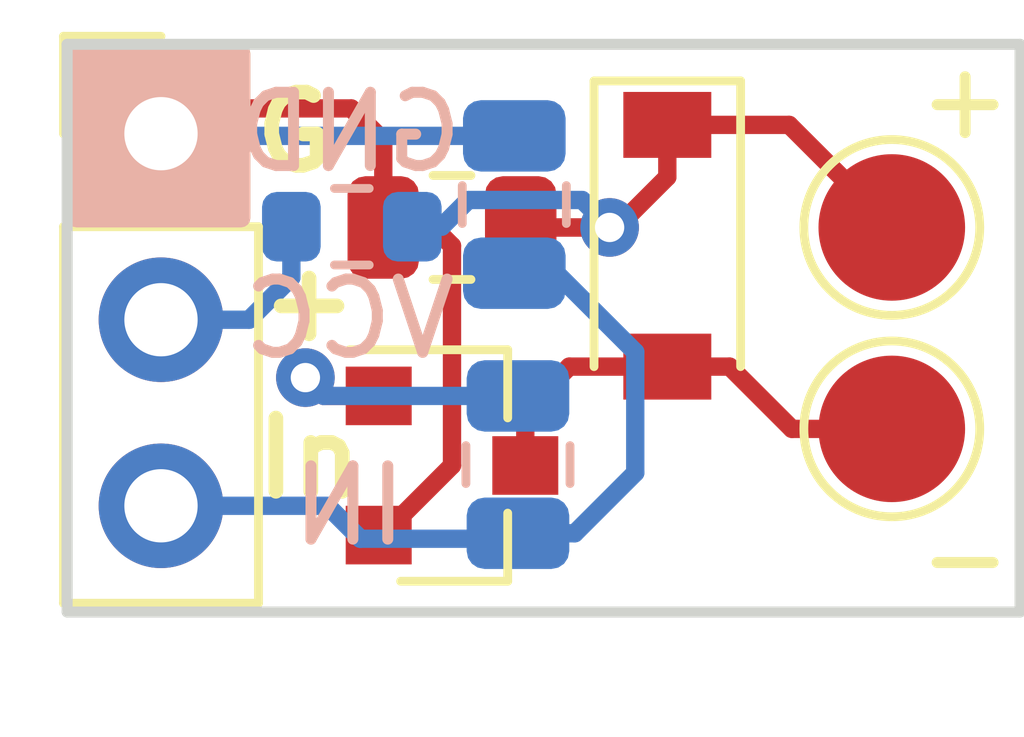
<source format=kicad_pcb>
(kicad_pcb (version 20171130) (host pcbnew 5.1.5+dfsg1-2build2)

  (general
    (thickness 1.6)
    (drawings 10)
    (tracks 46)
    (zones 0)
    (modules 9)
    (nets 7)
  )

  (page A4)
  (layers
    (0 F.Cu signal)
    (31 B.Cu signal)
    (32 B.Adhes user)
    (33 F.Adhes user)
    (34 B.Paste user)
    (35 F.Paste user)
    (36 B.SilkS user)
    (37 F.SilkS user)
    (38 B.Mask user)
    (39 F.Mask user)
    (40 Dwgs.User user)
    (41 Cmts.User user)
    (42 Eco1.User user)
    (43 Eco2.User user)
    (44 Edge.Cuts user)
    (45 Margin user)
    (46 B.CrtYd user)
    (47 F.CrtYd user)
    (48 B.Fab user)
    (49 F.Fab user)
  )

  (setup
    (last_trace_width 0.25)
    (trace_clearance 0.2)
    (zone_clearance 0.508)
    (zone_45_only no)
    (trace_min 0.2)
    (via_size 0.8)
    (via_drill 0.4)
    (via_min_size 0.4)
    (via_min_drill 0.3)
    (uvia_size 0.3)
    (uvia_drill 0.1)
    (uvias_allowed no)
    (uvia_min_size 0.2)
    (uvia_min_drill 0.1)
    (edge_width 0.15)
    (segment_width 0.2)
    (pcb_text_width 0.3)
    (pcb_text_size 1.5 1.5)
    (mod_edge_width 0.15)
    (mod_text_size 1 1)
    (mod_text_width 0.15)
    (pad_size 1.524 1.524)
    (pad_drill 0.762)
    (pad_to_mask_clearance 0.051)
    (solder_mask_min_width 0.25)
    (aux_axis_origin 220 108)
    (visible_elements FFFFFF7F)
    (pcbplotparams
      (layerselection 0x010fc_ffffffff)
      (usegerberextensions true)
      (usegerberattributes false)
      (usegerberadvancedattributes false)
      (creategerberjobfile false)
      (excludeedgelayer false)
      (linewidth 0.100000)
      (plotframeref false)
      (viasonmask false)
      (mode 1)
      (useauxorigin true)
      (hpglpennumber 1)
      (hpglpenspeed 20)
      (hpglpendiameter 15.000000)
      (psnegative false)
      (psa4output false)
      (plotreference false)
      (plotvalue false)
      (plotinvisibletext false)
      (padsonsilk false)
      (subtractmaskfromsilk true)
      (outputformat 1)
      (mirror false)
      (drillshape 0)
      (scaleselection 1)
      (outputdirectory "gerbers/"))
  )

  (net 0 "")
  (net 1 VCC)
  (net 2 "Net-(D1-Pad2)")
  (net 3 IN)
  (net 4 "Net-(Q1-Pad1)")
  (net 5 GND)
  (net 6 "Net-(J1-Pad2)")

  (net_class Default "This is the default net class."
    (clearance 0.2)
    (trace_width 0.25)
    (via_dia 0.8)
    (via_drill 0.4)
    (uvia_dia 0.3)
    (uvia_drill 0.1)
    (add_net GND)
    (add_net IN)
    (add_net "Net-(D1-Pad2)")
    (add_net "Net-(J1-Pad2)")
    (add_net "Net-(Q1-Pad1)")
    (add_net VCC)
  )

  (module Resistor_SMD:R_0603_1608Metric (layer B.Cu) (tedit 5F68FEEE) (tstamp 6157DB1E)
    (at 210.8835 110.49)
    (descr "Resistor SMD 0603 (1608 Metric), square (rectangular) end terminal, IPC_7351 nominal, (Body size source: IPC-SM-782 page 72, https://www.pcb-3d.com/wordpress/wp-content/uploads/ipc-sm-782a_amendment_1_and_2.pdf), generated with kicad-footprint-generator")
    (tags resistor)
    (path /6157A2F3)
    (attr smd)
    (fp_text reference R3 (at 0 1.43) (layer B.SilkS) hide
      (effects (font (size 1 1) (thickness 0.15)) (justify mirror))
    )
    (fp_text value 0R (at 0 -1.43) (layer B.Fab)
      (effects (font (size 1 1) (thickness 0.15)) (justify mirror))
    )
    (fp_text user %R (at 0 0) (layer B.Fab)
      (effects (font (size 0.4 0.4) (thickness 0.06)) (justify mirror))
    )
    (fp_line (start 1.48 -0.73) (end -1.48 -0.73) (layer B.CrtYd) (width 0.05))
    (fp_line (start 1.48 0.73) (end 1.48 -0.73) (layer B.CrtYd) (width 0.05))
    (fp_line (start -1.48 0.73) (end 1.48 0.73) (layer B.CrtYd) (width 0.05))
    (fp_line (start -1.48 -0.73) (end -1.48 0.73) (layer B.CrtYd) (width 0.05))
    (fp_line (start -0.237258 -0.5225) (end 0.237258 -0.5225) (layer B.SilkS) (width 0.12))
    (fp_line (start -0.237258 0.5225) (end 0.237258 0.5225) (layer B.SilkS) (width 0.12))
    (fp_line (start 0.8 -0.4125) (end -0.8 -0.4125) (layer B.Fab) (width 0.1))
    (fp_line (start 0.8 0.4125) (end 0.8 -0.4125) (layer B.Fab) (width 0.1))
    (fp_line (start -0.8 0.4125) (end 0.8 0.4125) (layer B.Fab) (width 0.1))
    (fp_line (start -0.8 -0.4125) (end -0.8 0.4125) (layer B.Fab) (width 0.1))
    (pad 2 smd roundrect (at 0.825 0) (size 0.8 0.95) (layers B.Cu B.Paste B.Mask) (roundrect_rratio 0.25)
      (net 1 VCC))
    (pad 1 smd roundrect (at -0.825 0) (size 0.8 0.95) (layers B.Cu B.Paste B.Mask) (roundrect_rratio 0.25)
      (net 6 "Net-(J1-Pad2)"))
    (model ${KISYS3DMOD}/Resistor_SMD.3dshapes/R_0603_1608Metric.wrl
      (at (xyz 0 0 0))
      (scale (xyz 1 1 1))
      (rotate (xyz 0 0 0))
    )
  )

  (module Capacitor_SMD:C_0805_2012Metric (layer F.Cu) (tedit 5E6708D0) (tstamp 5E74FA83)
    (at 212.25 110.5 180)
    (descr "Capacitor SMD 0805 (2012 Metric), square (rectangular) end terminal, IPC_7351 nominal, (Body size source: https://docs.google.com/spreadsheets/d/1BsfQQcO9C6DZCsRaXUlFlo91Tg2WpOkGARC1WS5S8t0/edit?usp=sharing), generated with kicad-footprint-generator")
    (tags capacitor)
    (path /5E670DC8)
    (attr smd)
    (fp_text reference C1 (at 0 -1.65 180) (layer F.SilkS) hide
      (effects (font (size 1 1) (thickness 0.15)))
    )
    (fp_text value 100nF (at 0 1.65 180) (layer F.Fab)
      (effects (font (size 1 1) (thickness 0.15)))
    )
    (fp_line (start -1 0.6) (end -1 -0.6) (layer F.Fab) (width 0.1))
    (fp_line (start -1 -0.6) (end 1 -0.6) (layer F.Fab) (width 0.1))
    (fp_line (start 1 -0.6) (end 1 0.6) (layer F.Fab) (width 0.1))
    (fp_line (start 1 0.6) (end -1 0.6) (layer F.Fab) (width 0.1))
    (fp_line (start -0.258578 -0.71) (end 0.258578 -0.71) (layer F.SilkS) (width 0.12))
    (fp_line (start -0.258578 0.71) (end 0.258578 0.71) (layer F.SilkS) (width 0.12))
    (fp_line (start -1.68 0.95) (end -1.68 -0.95) (layer F.CrtYd) (width 0.05))
    (fp_line (start -1.68 -0.95) (end 1.68 -0.95) (layer F.CrtYd) (width 0.05))
    (fp_line (start 1.68 -0.95) (end 1.68 0.95) (layer F.CrtYd) (width 0.05))
    (fp_line (start 1.68 0.95) (end -1.68 0.95) (layer F.CrtYd) (width 0.05))
    (fp_text user %R (at 0 0 180) (layer F.Fab)
      (effects (font (size 0.5 0.5) (thickness 0.08)))
    )
    (pad 1 smd roundrect (at -0.9375 0 180) (size 0.975 1.4) (layers F.Cu F.Paste F.Mask) (roundrect_rratio 0.25)
      (net 1 VCC))
    (pad 2 smd roundrect (at 0.9375 0 180) (size 0.975 1.4) (layers F.Cu F.Paste F.Mask) (roundrect_rratio 0.25)
      (net 5 GND))
    (model ${KISYS3DMOD}/Capacitor_SMD.3dshapes/C_0805_2012Metric.wrl
      (at (xyz 0 0 0))
      (scale (xyz 1 1 1))
      (rotate (xyz 0 0 0))
    )
  )

  (module Connector_PinHeader_2.54mm:PinHeader_1x03_P2.54mm_Vertical (layer F.Cu) (tedit 5E6708E8) (tstamp 5E74FA72)
    (at 208.28 109.22)
    (descr "Through hole straight pin header, 1x03, 2.54mm pitch, single row")
    (tags "Through hole pin header THT 1x03 2.54mm single row")
    (path /5E67095C)
    (fp_text reference J1 (at 0 -2.33) (layer F.SilkS) hide
      (effects (font (size 1 1) (thickness 0.15)))
    )
    (fp_text value CONN (at 0 7.41) (layer F.Fab)
      (effects (font (size 1 1) (thickness 0.15)))
    )
    (fp_line (start -0.635 -1.27) (end 1.27 -1.27) (layer F.Fab) (width 0.1))
    (fp_line (start 1.27 -1.27) (end 1.27 6.35) (layer F.Fab) (width 0.1))
    (fp_line (start 1.27 6.35) (end -1.27 6.35) (layer F.Fab) (width 0.1))
    (fp_line (start -1.27 6.35) (end -1.27 -0.635) (layer F.Fab) (width 0.1))
    (fp_line (start -1.27 -0.635) (end -0.635 -1.27) (layer F.Fab) (width 0.1))
    (fp_line (start -1.33 6.41) (end 1.33 6.41) (layer F.SilkS) (width 0.12))
    (fp_line (start -1.33 1.27) (end -1.33 6.41) (layer F.SilkS) (width 0.12))
    (fp_line (start 1.33 1.27) (end 1.33 6.41) (layer F.SilkS) (width 0.12))
    (fp_line (start -1.33 1.27) (end 1.33 1.27) (layer F.SilkS) (width 0.12))
    (fp_line (start -1.33 0) (end -1.33 -1.33) (layer F.SilkS) (width 0.12))
    (fp_line (start -1.33 -1.33) (end 0 -1.33) (layer F.SilkS) (width 0.12))
    (fp_line (start -1.8 -1.8) (end -1.8 6.85) (layer F.CrtYd) (width 0.05))
    (fp_line (start -1.8 6.85) (end 1.8 6.85) (layer F.CrtYd) (width 0.05))
    (fp_line (start 1.8 6.85) (end 1.8 -1.8) (layer F.CrtYd) (width 0.05))
    (fp_line (start 1.8 -1.8) (end -1.8 -1.8) (layer F.CrtYd) (width 0.05))
    (fp_text user %R (at 0 2.54 90) (layer F.Fab)
      (effects (font (size 1 1) (thickness 0.15)))
    )
    (pad 1 thru_hole rect (at 0 0) (size 1.7 1.7) (drill 1) (layers *.Cu *.Mask)
      (net 5 GND))
    (pad 2 thru_hole oval (at 0 2.54) (size 1.7 1.7) (drill 1) (layers *.Cu *.Mask)
      (net 6 "Net-(J1-Pad2)"))
    (pad 3 thru_hole oval (at 0 5.08) (size 1.7 1.7) (drill 1) (layers *.Cu *.Mask)
      (net 3 IN))
    (model ${KISYS3DMOD}/Connector_PinHeader_2.54mm.3dshapes/PinHeader_1x03_P2.54mm_Vertical.wrl
      (at (xyz 0 0 0))
      (scale (xyz 1 1 1))
      (rotate (xyz 0 0 0))
    )
  )

  (module Diode_SMD:D_SOD-123 (layer F.Cu) (tedit 5E6708EC) (tstamp 5E74FA5B)
    (at 215.1875 110.75 270)
    (descr SOD-123)
    (tags SOD-123)
    (path /5E670FAF)
    (attr smd)
    (fp_text reference D1 (at 0 -2 270) (layer F.SilkS) hide
      (effects (font (size 1 1) (thickness 0.15)))
    )
    (fp_text value 1N4148 (at 0 2.1 270) (layer F.Fab)
      (effects (font (size 1 1) (thickness 0.15)))
    )
    (fp_text user %R (at 0 -2 270) (layer F.Fab)
      (effects (font (size 1 1) (thickness 0.15)))
    )
    (fp_line (start -2.25 -1) (end -2.25 1) (layer F.SilkS) (width 0.12))
    (fp_line (start 0.25 0) (end 0.75 0) (layer F.Fab) (width 0.1))
    (fp_line (start 0.25 0.4) (end -0.35 0) (layer F.Fab) (width 0.1))
    (fp_line (start 0.25 -0.4) (end 0.25 0.4) (layer F.Fab) (width 0.1))
    (fp_line (start -0.35 0) (end 0.25 -0.4) (layer F.Fab) (width 0.1))
    (fp_line (start -0.35 0) (end -0.35 0.55) (layer F.Fab) (width 0.1))
    (fp_line (start -0.35 0) (end -0.35 -0.55) (layer F.Fab) (width 0.1))
    (fp_line (start -0.75 0) (end -0.35 0) (layer F.Fab) (width 0.1))
    (fp_line (start -1.4 0.9) (end -1.4 -0.9) (layer F.Fab) (width 0.1))
    (fp_line (start 1.4 0.9) (end -1.4 0.9) (layer F.Fab) (width 0.1))
    (fp_line (start 1.4 -0.9) (end 1.4 0.9) (layer F.Fab) (width 0.1))
    (fp_line (start -1.4 -0.9) (end 1.4 -0.9) (layer F.Fab) (width 0.1))
    (fp_line (start -2.35 -1.15) (end 2.35 -1.15) (layer F.CrtYd) (width 0.05))
    (fp_line (start 2.35 -1.15) (end 2.35 1.15) (layer F.CrtYd) (width 0.05))
    (fp_line (start 2.35 1.15) (end -2.35 1.15) (layer F.CrtYd) (width 0.05))
    (fp_line (start -2.35 -1.15) (end -2.35 1.15) (layer F.CrtYd) (width 0.05))
    (fp_line (start -2.25 1) (end 1.65 1) (layer F.SilkS) (width 0.12))
    (fp_line (start -2.25 -1) (end 1.65 -1) (layer F.SilkS) (width 0.12))
    (pad 1 smd rect (at -1.65 0 270) (size 0.9 1.2) (layers F.Cu F.Paste F.Mask)
      (net 1 VCC))
    (pad 2 smd rect (at 1.65 0 270) (size 0.9 1.2) (layers F.Cu F.Paste F.Mask)
      (net 2 "Net-(D1-Pad2)"))
    (model ${KISYS3DMOD}/Diode_SMD.3dshapes/D_SOD-123.wrl
      (at (xyz 0 0 0))
      (scale (xyz 1 1 1))
      (rotate (xyz 0 0 0))
    )
  )

  (module Package_TO_SOT_SMD:SOT-23 (layer F.Cu) (tedit 5E6708E4) (tstamp 5E74FA42)
    (at 212.25 113.75)
    (descr "SOT-23, Standard")
    (tags SOT-23)
    (path /5E6711BC)
    (attr smd)
    (fp_text reference Q1 (at 0 -2.5) (layer F.SilkS) hide
      (effects (font (size 1 1) (thickness 0.15)))
    )
    (fp_text value BC817 (at 0 2.5) (layer F.Fab)
      (effects (font (size 1 1) (thickness 0.15)))
    )
    (fp_text user %R (at 0 0 90) (layer F.Fab)
      (effects (font (size 0.5 0.5) (thickness 0.075)))
    )
    (fp_line (start -0.7 -0.95) (end -0.7 1.5) (layer F.Fab) (width 0.1))
    (fp_line (start -0.15 -1.52) (end 0.7 -1.52) (layer F.Fab) (width 0.1))
    (fp_line (start -0.7 -0.95) (end -0.15 -1.52) (layer F.Fab) (width 0.1))
    (fp_line (start 0.7 -1.52) (end 0.7 1.52) (layer F.Fab) (width 0.1))
    (fp_line (start -0.7 1.52) (end 0.7 1.52) (layer F.Fab) (width 0.1))
    (fp_line (start 0.76 1.58) (end 0.76 0.65) (layer F.SilkS) (width 0.12))
    (fp_line (start 0.76 -1.58) (end 0.76 -0.65) (layer F.SilkS) (width 0.12))
    (fp_line (start -1.7 -1.75) (end 1.7 -1.75) (layer F.CrtYd) (width 0.05))
    (fp_line (start 1.7 -1.75) (end 1.7 1.75) (layer F.CrtYd) (width 0.05))
    (fp_line (start 1.7 1.75) (end -1.7 1.75) (layer F.CrtYd) (width 0.05))
    (fp_line (start -1.7 1.75) (end -1.7 -1.75) (layer F.CrtYd) (width 0.05))
    (fp_line (start 0.76 -1.58) (end -1.4 -1.58) (layer F.SilkS) (width 0.12))
    (fp_line (start 0.76 1.58) (end -0.7 1.58) (layer F.SilkS) (width 0.12))
    (pad 1 smd rect (at -1 -0.95) (size 0.9 0.8) (layers F.Cu F.Paste F.Mask)
      (net 4 "Net-(Q1-Pad1)"))
    (pad 2 smd rect (at -1 0.95) (size 0.9 0.8) (layers F.Cu F.Paste F.Mask)
      (net 5 GND))
    (pad 3 smd rect (at 1 0) (size 0.9 0.8) (layers F.Cu F.Paste F.Mask)
      (net 2 "Net-(D1-Pad2)"))
    (model ${KISYS3DMOD}/Package_TO_SOT_SMD.3dshapes/SOT-23.wrl
      (at (xyz 0 0 0))
      (scale (xyz 1 1 1))
      (rotate (xyz 0 0 0))
    )
  )

  (module Resistor_SMD:R_0805_2012Metric (layer B.Cu) (tedit 5E6708CD) (tstamp 5E74FA2D)
    (at 213.1 110.1875 90)
    (descr "Resistor SMD 0805 (2012 Metric), square (rectangular) end terminal, IPC_7351 nominal, (Body size source: https://docs.google.com/spreadsheets/d/1BsfQQcO9C6DZCsRaXUlFlo91Tg2WpOkGARC1WS5S8t0/edit?usp=sharing), generated with kicad-footprint-generator")
    (tags resistor)
    (path /5E670790)
    (attr smd)
    (fp_text reference R2 (at 0 1.65 90) (layer B.SilkS) hide
      (effects (font (size 1 1) (thickness 0.15)) (justify mirror))
    )
    (fp_text value 10K (at 0 -1.65 90) (layer B.Fab)
      (effects (font (size 1 1) (thickness 0.15)) (justify mirror))
    )
    (fp_text user %R (at 0 0 90) (layer B.Fab)
      (effects (font (size 0.5 0.5) (thickness 0.08)) (justify mirror))
    )
    (fp_line (start 1.68 -0.95) (end -1.68 -0.95) (layer B.CrtYd) (width 0.05))
    (fp_line (start 1.68 0.95) (end 1.68 -0.95) (layer B.CrtYd) (width 0.05))
    (fp_line (start -1.68 0.95) (end 1.68 0.95) (layer B.CrtYd) (width 0.05))
    (fp_line (start -1.68 -0.95) (end -1.68 0.95) (layer B.CrtYd) (width 0.05))
    (fp_line (start -0.258578 -0.71) (end 0.258578 -0.71) (layer B.SilkS) (width 0.12))
    (fp_line (start -0.258578 0.71) (end 0.258578 0.71) (layer B.SilkS) (width 0.12))
    (fp_line (start 1 -0.6) (end -1 -0.6) (layer B.Fab) (width 0.1))
    (fp_line (start 1 0.6) (end 1 -0.6) (layer B.Fab) (width 0.1))
    (fp_line (start -1 0.6) (end 1 0.6) (layer B.Fab) (width 0.1))
    (fp_line (start -1 -0.6) (end -1 0.6) (layer B.Fab) (width 0.1))
    (pad 2 smd roundrect (at 0.9375 0 90) (size 0.975 1.4) (layers B.Cu B.Paste B.Mask) (roundrect_rratio 0.25)
      (net 5 GND))
    (pad 1 smd roundrect (at -0.9375 0 90) (size 0.975 1.4) (layers B.Cu B.Paste B.Mask) (roundrect_rratio 0.25)
      (net 3 IN))
    (model ${KISYS3DMOD}/Resistor_SMD.3dshapes/R_0805_2012Metric.wrl
      (at (xyz 0 0 0))
      (scale (xyz 1 1 1))
      (rotate (xyz 0 0 0))
    )
  )

  (module Resistor_SMD:R_0805_2012Metric (layer B.Cu) (tedit 5E6708D3) (tstamp 5E74FA1C)
    (at 213.15 113.7375 90)
    (descr "Resistor SMD 0805 (2012 Metric), square (rectangular) end terminal, IPC_7351 nominal, (Body size source: https://docs.google.com/spreadsheets/d/1BsfQQcO9C6DZCsRaXUlFlo91Tg2WpOkGARC1WS5S8t0/edit?usp=sharing), generated with kicad-footprint-generator")
    (tags resistor)
    (path /5E670809)
    (attr smd)
    (fp_text reference R1 (at 0 1.65 90) (layer B.SilkS) hide
      (effects (font (size 1 1) (thickness 0.15)) (justify mirror))
    )
    (fp_text value 1K (at 0 -1.65 90) (layer B.Fab)
      (effects (font (size 1 1) (thickness 0.15)) (justify mirror))
    )
    (fp_line (start -1 -0.6) (end -1 0.6) (layer B.Fab) (width 0.1))
    (fp_line (start -1 0.6) (end 1 0.6) (layer B.Fab) (width 0.1))
    (fp_line (start 1 0.6) (end 1 -0.6) (layer B.Fab) (width 0.1))
    (fp_line (start 1 -0.6) (end -1 -0.6) (layer B.Fab) (width 0.1))
    (fp_line (start -0.258578 0.71) (end 0.258578 0.71) (layer B.SilkS) (width 0.12))
    (fp_line (start -0.258578 -0.71) (end 0.258578 -0.71) (layer B.SilkS) (width 0.12))
    (fp_line (start -1.68 -0.95) (end -1.68 0.95) (layer B.CrtYd) (width 0.05))
    (fp_line (start -1.68 0.95) (end 1.68 0.95) (layer B.CrtYd) (width 0.05))
    (fp_line (start 1.68 0.95) (end 1.68 -0.95) (layer B.CrtYd) (width 0.05))
    (fp_line (start 1.68 -0.95) (end -1.68 -0.95) (layer B.CrtYd) (width 0.05))
    (fp_text user %R (at 0 0 90) (layer B.Fab)
      (effects (font (size 0.5 0.5) (thickness 0.08)) (justify mirror))
    )
    (pad 1 smd roundrect (at -0.9375 0 90) (size 0.975 1.4) (layers B.Cu B.Paste B.Mask) (roundrect_rratio 0.25)
      (net 3 IN))
    (pad 2 smd roundrect (at 0.9375 0 90) (size 0.975 1.4) (layers B.Cu B.Paste B.Mask) (roundrect_rratio 0.25)
      (net 4 "Net-(Q1-Pad1)"))
    (model ${KISYS3DMOD}/Resistor_SMD.3dshapes/R_0805_2012Metric.wrl
      (at (xyz 0 0 0))
      (scale (xyz 1 1 1))
      (rotate (xyz 0 0 0))
    )
  )

  (module TestPoint:TestPoint_Pad_D2.0mm (layer F.Cu) (tedit 5E6709DA) (tstamp 5E74FA0B)
    (at 218.25 113.25)
    (descr "SMD pad as test Point, diameter 2.0mm")
    (tags "test point SMD pad")
    (path /5E670BA0)
    (attr virtual)
    (fp_text reference TP2 (at 0 -1.998) (layer F.SilkS) hide
      (effects (font (size 1 1) (thickness 0.15)))
    )
    (fp_text value - (at 1 1.75) (layer F.SilkS)
      (effects (font (size 1 1) (thickness 0.15)))
    )
    (fp_circle (center 0 0) (end 0 1.2) (layer F.SilkS) (width 0.12))
    (fp_circle (center 0 0) (end 1.5 0) (layer F.CrtYd) (width 0.05))
    (fp_text user %R (at 0 -2) (layer F.Fab)
      (effects (font (size 1 1) (thickness 0.15)))
    )
    (pad 1 smd circle (at 0 0) (size 2 2) (layers F.Cu F.Mask)
      (net 2 "Net-(D1-Pad2)"))
  )

  (module TestPoint:TestPoint_Pad_D2.0mm (layer F.Cu) (tedit 5E6709CE) (tstamp 5E74FA03)
    (at 218.25 110.5)
    (descr "SMD pad as test Point, diameter 2.0mm")
    (tags "test point SMD pad")
    (path /5E670B55)
    (attr virtual)
    (fp_text reference TP1 (at 0 -1.998) (layer F.SilkS) hide
      (effects (font (size 1 1) (thickness 0.15)))
    )
    (fp_text value + (at 1 -1.75) (layer F.SilkS)
      (effects (font (size 1 1) (thickness 0.15)))
    )
    (fp_text user %R (at 0 -2) (layer F.Fab)
      (effects (font (size 1 1) (thickness 0.15)))
    )
    (fp_circle (center 0 0) (end 1.5 0) (layer F.CrtYd) (width 0.05))
    (fp_circle (center 0 0) (end 0 1.2) (layer F.SilkS) (width 0.12))
    (pad 1 smd circle (at 0 0) (size 2 2) (layers F.Cu F.Mask)
      (net 1 VCC))
  )

  (gr_text IN (at 210.85 114.3) (layer B.SilkS)
    (effects (font (size 1 1) (thickness 0.15)) (justify mirror))
  )
  (gr_text VCC (at 210.85 111.75) (layer B.SilkS)
    (effects (font (size 1 1) (thickness 0.15)) (justify mirror))
  )
  (gr_text GND (at 210.85 109.2) (layer B.SilkS)
    (effects (font (size 1 1) (thickness 0.15)) (justify mirror))
  )
  (gr_text G (at 210.1 109.2) (layer F.SilkS)
    (effects (font (size 1 1) (thickness 0.2)))
  )
  (gr_text + (at 210.3 111.5) (layer F.SilkS)
    (effects (font (size 1 1) (thickness 0.2)))
  )
  (gr_text In (at 210.3 113.65) (layer F.SilkS) (tstamp 5F87F1F7)
    (effects (font (size 1 1) (thickness 0.2)))
  )
  (gr_line (start 207 115.75) (end 207 108) (layer Edge.Cuts) (width 0.15))
  (gr_line (start 220 115.75) (end 207 115.75) (layer Edge.Cuts) (width 0.15))
  (gr_line (start 220 108) (end 220 115.75) (layer Edge.Cuts) (width 0.15))
  (gr_line (start 207 108) (end 220 108) (layer Edge.Cuts) (width 0.15))

  (segment (start 216.85 109.1) (end 218.25 110.5) (width 0.25) (layer F.Cu) (net 1))
  (segment (start 215.1875 109.1) (end 216.85 109.1) (width 0.25) (layer F.Cu) (net 1))
  (segment (start 213.1875 110.5) (end 214.5 110.5) (width 0.25) (layer F.Cu) (net 1))
  (segment (start 215.1875 109.8125) (end 215.1875 109.1) (width 0.25) (layer F.Cu) (net 1))
  (segment (start 214.5 110.5) (end 215.1875 109.8125) (width 0.25) (layer F.Cu) (net 1))
  (segment (start 214.4 110.5) (end 213.1875 110.5) (width 0.25) (layer F.Cu) (net 1))
  (via (at 214.4 110.5) (size 0.8) (drill 0.4) (layers F.Cu B.Cu) (net 1))
  (segment (start 214.4 110.5) (end 214.02501 110.12501) (width 0.25) (layer B.Cu) (net 1))
  (segment (start 212.1085 110.49) (end 211.7085 110.49) (width 0.25) (layer B.Cu) (net 1))
  (segment (start 212.47349 110.12501) (end 212.1085 110.49) (width 0.25) (layer B.Cu) (net 1))
  (segment (start 214.02501 110.12501) (end 212.47349 110.12501) (width 0.25) (layer B.Cu) (net 1))
  (segment (start 215.1875 112.4) (end 213.85 112.4) (width 0.25) (layer F.Cu) (net 2))
  (segment (start 213.25 113) (end 213.25 113.75) (width 0.25) (layer F.Cu) (net 2))
  (segment (start 213.85 112.4) (end 213.25 113) (width 0.25) (layer F.Cu) (net 2))
  (segment (start 216.0375 112.4) (end 216.8875 113.25) (width 0.25) (layer F.Cu) (net 2))
  (segment (start 215.1875 112.4) (end 216.0375 112.4) (width 0.25) (layer F.Cu) (net 2))
  (segment (start 216.8875 113.25) (end 218.25 113.25) (width 0.25) (layer F.Cu) (net 2))
  (segment (start 210.55 114.3) (end 211 114.75) (width 0.25) (layer B.Cu) (net 3))
  (segment (start 208.28 114.3) (end 210.55 114.3) (width 0.25) (layer B.Cu) (net 3))
  (segment (start 213.075 114.75) (end 213.15 114.675) (width 0.25) (layer B.Cu) (net 3))
  (segment (start 211 114.75) (end 213.075 114.75) (width 0.25) (layer B.Cu) (net 3))
  (segment (start 213.1 111.125) (end 213.675 111.125) (width 0.25) (layer B.Cu) (net 3))
  (segment (start 213.675 111.125) (end 214.75 112.2) (width 0.25) (layer B.Cu) (net 3))
  (segment (start 214.75 112.2) (end 214.75 113.85) (width 0.25) (layer B.Cu) (net 3))
  (segment (start 213.925 114.675) (end 213.15 114.675) (width 0.25) (layer B.Cu) (net 3))
  (segment (start 214.75 113.85) (end 213.925 114.675) (width 0.25) (layer B.Cu) (net 3))
  (segment (start 211.3 112.75) (end 211.25 112.8) (width 0.25) (layer F.Cu) (net 4))
  (via (at 210.25 112.55) (size 0.8) (drill 0.4) (layers F.Cu B.Cu) (net 4))
  (segment (start 210.5 112.8) (end 210.25 112.55) (width 0.25) (layer B.Cu) (net 4))
  (segment (start 213.15 112.8) (end 210.5 112.8) (width 0.25) (layer B.Cu) (net 4))
  (segment (start 210.5 112.8) (end 211.25 112.8) (width 0.25) (layer F.Cu) (net 4))
  (segment (start 210.25 112.55) (end 210.5 112.8) (width 0.25) (layer F.Cu) (net 4))
  (segment (start 211.3125 109.3125) (end 211.3125 110.5) (width 0.25) (layer F.Cu) (net 5))
  (segment (start 208.28 109.22) (end 208.625 108.875) (width 0.25) (layer F.Cu) (net 5))
  (segment (start 210.875 108.875) (end 211.3125 109.3125) (width 0.25) (layer F.Cu) (net 5))
  (segment (start 208.625 108.875) (end 210.875 108.875) (width 0.25) (layer F.Cu) (net 5))
  (segment (start 211.3 114.7) (end 211.25 114.7) (width 0.25) (layer F.Cu) (net 5))
  (segment (start 212.25 113.75) (end 211.3 114.7) (width 0.25) (layer F.Cu) (net 5))
  (segment (start 212.25 110.75) (end 212.25 113.75) (width 0.25) (layer F.Cu) (net 5))
  (segment (start 211.3125 110.5) (end 212 110.5) (width 0.25) (layer F.Cu) (net 5))
  (segment (start 212 110.5) (end 212.25 110.75) (width 0.25) (layer F.Cu) (net 5))
  (segment (start 208.31 109.25) (end 208.28 109.22) (width 0.25) (layer B.Cu) (net 5))
  (segment (start 213.1 109.25) (end 208.31 109.25) (width 0.25) (layer B.Cu) (net 5))
  (segment (start 209.482081 111.76) (end 208.28 111.76) (width 0.25) (layer B.Cu) (net 6))
  (segment (start 210.0585 111.183581) (end 209.482081 111.76) (width 0.25) (layer B.Cu) (net 6))
  (segment (start 210.0585 110.49) (end 210.0585 111.183581) (width 0.25) (layer B.Cu) (net 6))

  (zone (net 0) (net_name "") (layer F.SilkS) (tstamp 6157E0BC) (hatch edge 0.508)
    (connect_pads (clearance 0.508))
    (min_thickness 0.254)
    (fill yes (arc_segments 16) (thermal_gap 0.508) (thermal_bridge_width 0.508))
    (polygon
      (pts
        (xy 207 108) (xy 209.5 108) (xy 209.5 110.5) (xy 207 110.5)
      )
    )
    (filled_polygon
      (pts
        (xy 209.373 110.373) (xy 207.127 110.373) (xy 207.127 108.127) (xy 209.373 108.127)
      )
    )
  )
  (zone (net 0) (net_name "") (layer B.SilkS) (tstamp 6157E0B9) (hatch edge 0.508)
    (connect_pads (clearance 0.508))
    (min_thickness 0.254)
    (fill yes (arc_segments 16) (thermal_gap 0.508) (thermal_bridge_width 0.508))
    (polygon
      (pts
        (xy 207 110.5) (xy 209.5 110.5) (xy 209.5 108) (xy 207 108)
      )
    )
    (filled_polygon
      (pts
        (xy 209.373 110.373) (xy 207.127 110.373) (xy 207.127 108.127) (xy 209.373 108.127)
      )
    )
  )
)

</source>
